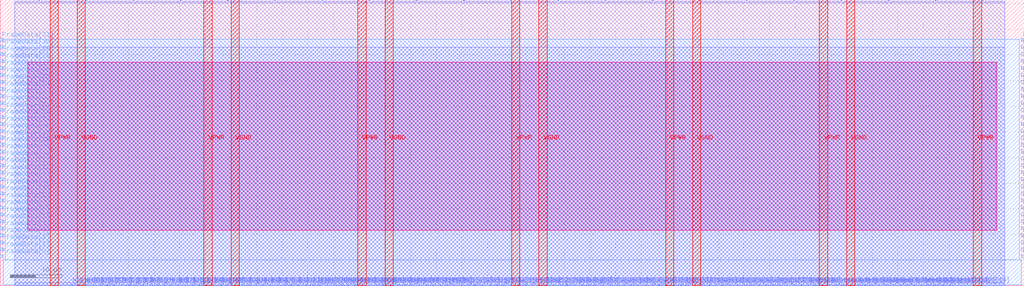
<source format=lef>
VERSION 5.7 ;
  NOWIREEXTENSIONATPIN ON ;
  DIVIDERCHAR "/" ;
  BUSBITCHARS "[]" ;
MACRO N_term_DSP
  CLASS BLOCK ;
  FOREIGN N_term_DSP ;
  ORIGIN 0.000 0.000 ;
  SIZE 199.640 BY 55.760 ;
  PIN FrameData[0]
    DIRECTION INPUT ;
    USE SIGNAL ;
    ANTENNAGATEAREA 0.631200 ;
    ANTENNADIFFAREA 0.434700 ;
    PORT
      LAYER met3 ;
        RECT 0.000 5.480 0.600 6.080 ;
    END
  END FrameData[0]
  PIN FrameData[10]
    DIRECTION INPUT ;
    USE SIGNAL ;
    ANTENNAGATEAREA 0.631200 ;
    ANTENNADIFFAREA 0.434700 ;
    PORT
      LAYER met3 ;
        RECT 0.000 19.080 0.600 19.680 ;
    END
  END FrameData[10]
  PIN FrameData[11]
    DIRECTION INPUT ;
    USE SIGNAL ;
    ANTENNAGATEAREA 0.631200 ;
    ANTENNADIFFAREA 0.434700 ;
    PORT
      LAYER met3 ;
        RECT 0.000 20.440 0.600 21.040 ;
    END
  END FrameData[11]
  PIN FrameData[12]
    DIRECTION INPUT ;
    USE SIGNAL ;
    ANTENNAGATEAREA 0.631200 ;
    ANTENNADIFFAREA 0.434700 ;
    PORT
      LAYER met3 ;
        RECT 0.000 21.800 0.600 22.400 ;
    END
  END FrameData[12]
  PIN FrameData[13]
    DIRECTION INPUT ;
    USE SIGNAL ;
    ANTENNAGATEAREA 0.631200 ;
    ANTENNADIFFAREA 0.434700 ;
    PORT
      LAYER met3 ;
        RECT 0.000 23.160 0.600 23.760 ;
    END
  END FrameData[13]
  PIN FrameData[14]
    DIRECTION INPUT ;
    USE SIGNAL ;
    ANTENNAGATEAREA 0.631200 ;
    ANTENNADIFFAREA 0.434700 ;
    PORT
      LAYER met3 ;
        RECT 0.000 24.520 0.600 25.120 ;
    END
  END FrameData[14]
  PIN FrameData[15]
    DIRECTION INPUT ;
    USE SIGNAL ;
    ANTENNAGATEAREA 0.631200 ;
    ANTENNADIFFAREA 0.434700 ;
    PORT
      LAYER met3 ;
        RECT 0.000 25.880 0.600 26.480 ;
    END
  END FrameData[15]
  PIN FrameData[16]
    DIRECTION INPUT ;
    USE SIGNAL ;
    ANTENNAGATEAREA 0.631200 ;
    ANTENNADIFFAREA 0.434700 ;
    PORT
      LAYER met3 ;
        RECT 0.000 27.240 0.600 27.840 ;
    END
  END FrameData[16]
  PIN FrameData[17]
    DIRECTION INPUT ;
    USE SIGNAL ;
    ANTENNAGATEAREA 0.631200 ;
    ANTENNADIFFAREA 0.434700 ;
    PORT
      LAYER met3 ;
        RECT 0.000 28.600 0.600 29.200 ;
    END
  END FrameData[17]
  PIN FrameData[18]
    DIRECTION INPUT ;
    USE SIGNAL ;
    ANTENNAGATEAREA 0.631200 ;
    ANTENNADIFFAREA 0.434700 ;
    PORT
      LAYER met3 ;
        RECT 0.000 29.960 0.600 30.560 ;
    END
  END FrameData[18]
  PIN FrameData[19]
    DIRECTION INPUT ;
    USE SIGNAL ;
    ANTENNAGATEAREA 0.631200 ;
    ANTENNADIFFAREA 0.434700 ;
    PORT
      LAYER met3 ;
        RECT 0.000 31.320 0.600 31.920 ;
    END
  END FrameData[19]
  PIN FrameData[1]
    DIRECTION INPUT ;
    USE SIGNAL ;
    ANTENNAGATEAREA 0.196500 ;
    PORT
      LAYER met3 ;
        RECT 0.000 6.840 0.600 7.440 ;
    END
  END FrameData[1]
  PIN FrameData[20]
    DIRECTION INPUT ;
    USE SIGNAL ;
    ANTENNAGATEAREA 0.631200 ;
    ANTENNADIFFAREA 0.434700 ;
    PORT
      LAYER met3 ;
        RECT 0.000 32.680 0.600 33.280 ;
    END
  END FrameData[20]
  PIN FrameData[21]
    DIRECTION INPUT ;
    USE SIGNAL ;
    ANTENNAGATEAREA 0.631200 ;
    ANTENNADIFFAREA 0.434700 ;
    PORT
      LAYER met3 ;
        RECT 0.000 34.040 0.600 34.640 ;
    END
  END FrameData[21]
  PIN FrameData[22]
    DIRECTION INPUT ;
    USE SIGNAL ;
    ANTENNAGATEAREA 0.196500 ;
    PORT
      LAYER met3 ;
        RECT 0.000 35.400 0.600 36.000 ;
    END
  END FrameData[22]
  PIN FrameData[23]
    DIRECTION INPUT ;
    USE SIGNAL ;
    ANTENNAGATEAREA 0.631200 ;
    ANTENNADIFFAREA 0.434700 ;
    PORT
      LAYER met3 ;
        RECT 0.000 36.760 0.600 37.360 ;
    END
  END FrameData[23]
  PIN FrameData[24]
    DIRECTION INPUT ;
    USE SIGNAL ;
    ANTENNAGATEAREA 0.631200 ;
    ANTENNADIFFAREA 0.434700 ;
    PORT
      LAYER met3 ;
        RECT 0.000 38.120 0.600 38.720 ;
    END
  END FrameData[24]
  PIN FrameData[25]
    DIRECTION INPUT ;
    USE SIGNAL ;
    ANTENNAGATEAREA 0.631200 ;
    ANTENNADIFFAREA 0.434700 ;
    PORT
      LAYER met3 ;
        RECT 0.000 39.480 0.600 40.080 ;
    END
  END FrameData[25]
  PIN FrameData[26]
    DIRECTION INPUT ;
    USE SIGNAL ;
    ANTENNAGATEAREA 0.631200 ;
    ANTENNADIFFAREA 0.434700 ;
    PORT
      LAYER met3 ;
        RECT 0.000 40.840 0.600 41.440 ;
    END
  END FrameData[26]
  PIN FrameData[27]
    DIRECTION INPUT ;
    USE SIGNAL ;
    ANTENNAGATEAREA 0.631200 ;
    ANTENNADIFFAREA 0.434700 ;
    PORT
      LAYER met3 ;
        RECT 0.000 42.200 0.600 42.800 ;
    END
  END FrameData[27]
  PIN FrameData[28]
    DIRECTION INPUT ;
    USE SIGNAL ;
    ANTENNAGATEAREA 0.631200 ;
    ANTENNADIFFAREA 0.434700 ;
    PORT
      LAYER met3 ;
        RECT 0.000 43.560 0.600 44.160 ;
    END
  END FrameData[28]
  PIN FrameData[29]
    DIRECTION INPUT ;
    USE SIGNAL ;
    ANTENNAGATEAREA 0.631200 ;
    ANTENNADIFFAREA 0.434700 ;
    PORT
      LAYER met3 ;
        RECT 0.000 44.920 0.600 45.520 ;
    END
  END FrameData[29]
  PIN FrameData[2]
    DIRECTION INPUT ;
    USE SIGNAL ;
    ANTENNAGATEAREA 0.631200 ;
    ANTENNADIFFAREA 0.434700 ;
    PORT
      LAYER met3 ;
        RECT 0.000 8.200 0.600 8.800 ;
    END
  END FrameData[2]
  PIN FrameData[30]
    DIRECTION INPUT ;
    USE SIGNAL ;
    ANTENNAGATEAREA 0.631200 ;
    ANTENNADIFFAREA 0.434700 ;
    PORT
      LAYER met3 ;
        RECT 0.000 46.280 0.600 46.880 ;
    END
  END FrameData[30]
  PIN FrameData[31]
    DIRECTION INPUT ;
    USE SIGNAL ;
    ANTENNAGATEAREA 0.631200 ;
    ANTENNADIFFAREA 0.434700 ;
    PORT
      LAYER met3 ;
        RECT 0.000 47.640 0.600 48.240 ;
    END
  END FrameData[31]
  PIN FrameData[3]
    DIRECTION INPUT ;
    USE SIGNAL ;
    ANTENNAGATEAREA 0.196500 ;
    PORT
      LAYER met3 ;
        RECT 0.000 9.560 0.600 10.160 ;
    END
  END FrameData[3]
  PIN FrameData[4]
    DIRECTION INPUT ;
    USE SIGNAL ;
    ANTENNAGATEAREA 0.196500 ;
    PORT
      LAYER met3 ;
        RECT 0.000 10.920 0.600 11.520 ;
    END
  END FrameData[4]
  PIN FrameData[5]
    DIRECTION INPUT ;
    USE SIGNAL ;
    ANTENNAGATEAREA 0.631200 ;
    ANTENNADIFFAREA 0.434700 ;
    PORT
      LAYER met3 ;
        RECT 0.000 12.280 0.600 12.880 ;
    END
  END FrameData[5]
  PIN FrameData[6]
    DIRECTION INPUT ;
    USE SIGNAL ;
    ANTENNAGATEAREA 0.631200 ;
    ANTENNADIFFAREA 0.434700 ;
    PORT
      LAYER met3 ;
        RECT 0.000 13.640 0.600 14.240 ;
    END
  END FrameData[6]
  PIN FrameData[7]
    DIRECTION INPUT ;
    USE SIGNAL ;
    ANTENNAGATEAREA 0.631200 ;
    ANTENNADIFFAREA 0.434700 ;
    PORT
      LAYER met3 ;
        RECT 0.000 15.000 0.600 15.600 ;
    END
  END FrameData[7]
  PIN FrameData[8]
    DIRECTION INPUT ;
    USE SIGNAL ;
    ANTENNAGATEAREA 0.631200 ;
    ANTENNADIFFAREA 0.434700 ;
    PORT
      LAYER met3 ;
        RECT 0.000 16.360 0.600 16.960 ;
    END
  END FrameData[8]
  PIN FrameData[9]
    DIRECTION INPUT ;
    USE SIGNAL ;
    ANTENNAGATEAREA 0.631200 ;
    ANTENNADIFFAREA 0.434700 ;
    PORT
      LAYER met3 ;
        RECT 0.000 17.720 0.600 18.320 ;
    END
  END FrameData[9]
  PIN FrameData_O[0]
    DIRECTION OUTPUT ;
    USE SIGNAL ;
    ANTENNADIFFAREA 0.445500 ;
    PORT
      LAYER met3 ;
        RECT 199.040 5.480 199.640 6.080 ;
    END
  END FrameData_O[0]
  PIN FrameData_O[10]
    DIRECTION OUTPUT ;
    USE SIGNAL ;
    ANTENNADIFFAREA 0.445500 ;
    PORT
      LAYER met3 ;
        RECT 199.040 19.080 199.640 19.680 ;
    END
  END FrameData_O[10]
  PIN FrameData_O[11]
    DIRECTION OUTPUT ;
    USE SIGNAL ;
    ANTENNADIFFAREA 0.445500 ;
    PORT
      LAYER met3 ;
        RECT 199.040 20.440 199.640 21.040 ;
    END
  END FrameData_O[11]
  PIN FrameData_O[12]
    DIRECTION OUTPUT ;
    USE SIGNAL ;
    ANTENNADIFFAREA 0.445500 ;
    PORT
      LAYER met3 ;
        RECT 199.040 21.800 199.640 22.400 ;
    END
  END FrameData_O[12]
  PIN FrameData_O[13]
    DIRECTION OUTPUT ;
    USE SIGNAL ;
    ANTENNADIFFAREA 0.445500 ;
    PORT
      LAYER met3 ;
        RECT 199.040 23.160 199.640 23.760 ;
    END
  END FrameData_O[13]
  PIN FrameData_O[14]
    DIRECTION OUTPUT ;
    USE SIGNAL ;
    ANTENNADIFFAREA 0.445500 ;
    PORT
      LAYER met3 ;
        RECT 199.040 24.520 199.640 25.120 ;
    END
  END FrameData_O[14]
  PIN FrameData_O[15]
    DIRECTION OUTPUT ;
    USE SIGNAL ;
    ANTENNADIFFAREA 0.445500 ;
    PORT
      LAYER met3 ;
        RECT 199.040 25.880 199.640 26.480 ;
    END
  END FrameData_O[15]
  PIN FrameData_O[16]
    DIRECTION OUTPUT ;
    USE SIGNAL ;
    ANTENNADIFFAREA 0.445500 ;
    PORT
      LAYER met3 ;
        RECT 199.040 27.240 199.640 27.840 ;
    END
  END FrameData_O[16]
  PIN FrameData_O[17]
    DIRECTION OUTPUT ;
    USE SIGNAL ;
    ANTENNADIFFAREA 0.445500 ;
    PORT
      LAYER met3 ;
        RECT 199.040 28.600 199.640 29.200 ;
    END
  END FrameData_O[17]
  PIN FrameData_O[18]
    DIRECTION OUTPUT ;
    USE SIGNAL ;
    ANTENNADIFFAREA 0.445500 ;
    PORT
      LAYER met3 ;
        RECT 199.040 29.960 199.640 30.560 ;
    END
  END FrameData_O[18]
  PIN FrameData_O[19]
    DIRECTION OUTPUT ;
    USE SIGNAL ;
    ANTENNADIFFAREA 0.445500 ;
    PORT
      LAYER met3 ;
        RECT 199.040 31.320 199.640 31.920 ;
    END
  END FrameData_O[19]
  PIN FrameData_O[1]
    DIRECTION OUTPUT ;
    USE SIGNAL ;
    ANTENNADIFFAREA 0.445500 ;
    PORT
      LAYER met3 ;
        RECT 199.040 6.840 199.640 7.440 ;
    END
  END FrameData_O[1]
  PIN FrameData_O[20]
    DIRECTION OUTPUT ;
    USE SIGNAL ;
    ANTENNADIFFAREA 0.445500 ;
    PORT
      LAYER met3 ;
        RECT 199.040 32.680 199.640 33.280 ;
    END
  END FrameData_O[20]
  PIN FrameData_O[21]
    DIRECTION OUTPUT ;
    USE SIGNAL ;
    ANTENNADIFFAREA 0.445500 ;
    PORT
      LAYER met3 ;
        RECT 199.040 34.040 199.640 34.640 ;
    END
  END FrameData_O[21]
  PIN FrameData_O[22]
    DIRECTION OUTPUT ;
    USE SIGNAL ;
    ANTENNADIFFAREA 0.445500 ;
    PORT
      LAYER met3 ;
        RECT 199.040 35.400 199.640 36.000 ;
    END
  END FrameData_O[22]
  PIN FrameData_O[23]
    DIRECTION OUTPUT ;
    USE SIGNAL ;
    ANTENNADIFFAREA 0.445500 ;
    PORT
      LAYER met3 ;
        RECT 199.040 36.760 199.640 37.360 ;
    END
  END FrameData_O[23]
  PIN FrameData_O[24]
    DIRECTION OUTPUT ;
    USE SIGNAL ;
    ANTENNADIFFAREA 0.445500 ;
    PORT
      LAYER met3 ;
        RECT 199.040 38.120 199.640 38.720 ;
    END
  END FrameData_O[24]
  PIN FrameData_O[25]
    DIRECTION OUTPUT ;
    USE SIGNAL ;
    ANTENNADIFFAREA 0.445500 ;
    PORT
      LAYER met3 ;
        RECT 199.040 39.480 199.640 40.080 ;
    END
  END FrameData_O[25]
  PIN FrameData_O[26]
    DIRECTION OUTPUT ;
    USE SIGNAL ;
    ANTENNADIFFAREA 0.445500 ;
    PORT
      LAYER met3 ;
        RECT 199.040 40.840 199.640 41.440 ;
    END
  END FrameData_O[26]
  PIN FrameData_O[27]
    DIRECTION OUTPUT ;
    USE SIGNAL ;
    ANTENNADIFFAREA 0.445500 ;
    PORT
      LAYER met3 ;
        RECT 199.040 42.200 199.640 42.800 ;
    END
  END FrameData_O[27]
  PIN FrameData_O[28]
    DIRECTION OUTPUT ;
    USE SIGNAL ;
    ANTENNADIFFAREA 0.445500 ;
    PORT
      LAYER met3 ;
        RECT 199.040 43.560 199.640 44.160 ;
    END
  END FrameData_O[28]
  PIN FrameData_O[29]
    DIRECTION OUTPUT ;
    USE SIGNAL ;
    ANTENNADIFFAREA 0.445500 ;
    PORT
      LAYER met3 ;
        RECT 199.040 44.920 199.640 45.520 ;
    END
  END FrameData_O[29]
  PIN FrameData_O[2]
    DIRECTION OUTPUT ;
    USE SIGNAL ;
    ANTENNADIFFAREA 0.445500 ;
    PORT
      LAYER met3 ;
        RECT 199.040 8.200 199.640 8.800 ;
    END
  END FrameData_O[2]
  PIN FrameData_O[30]
    DIRECTION OUTPUT ;
    USE SIGNAL ;
    ANTENNADIFFAREA 0.445500 ;
    PORT
      LAYER met3 ;
        RECT 199.040 46.280 199.640 46.880 ;
    END
  END FrameData_O[30]
  PIN FrameData_O[31]
    DIRECTION OUTPUT ;
    USE SIGNAL ;
    ANTENNADIFFAREA 0.445500 ;
    PORT
      LAYER met3 ;
        RECT 199.040 47.640 199.640 48.240 ;
    END
  END FrameData_O[31]
  PIN FrameData_O[3]
    DIRECTION OUTPUT ;
    USE SIGNAL ;
    ANTENNADIFFAREA 0.445500 ;
    PORT
      LAYER met3 ;
        RECT 199.040 9.560 199.640 10.160 ;
    END
  END FrameData_O[3]
  PIN FrameData_O[4]
    DIRECTION OUTPUT ;
    USE SIGNAL ;
    ANTENNADIFFAREA 0.445500 ;
    PORT
      LAYER met3 ;
        RECT 199.040 10.920 199.640 11.520 ;
    END
  END FrameData_O[4]
  PIN FrameData_O[5]
    DIRECTION OUTPUT ;
    USE SIGNAL ;
    ANTENNADIFFAREA 0.445500 ;
    PORT
      LAYER met3 ;
        RECT 199.040 12.280 199.640 12.880 ;
    END
  END FrameData_O[5]
  PIN FrameData_O[6]
    DIRECTION OUTPUT ;
    USE SIGNAL ;
    ANTENNADIFFAREA 0.445500 ;
    PORT
      LAYER met3 ;
        RECT 199.040 13.640 199.640 14.240 ;
    END
  END FrameData_O[6]
  PIN FrameData_O[7]
    DIRECTION OUTPUT ;
    USE SIGNAL ;
    ANTENNADIFFAREA 0.445500 ;
    PORT
      LAYER met3 ;
        RECT 199.040 15.000 199.640 15.600 ;
    END
  END FrameData_O[7]
  PIN FrameData_O[8]
    DIRECTION OUTPUT ;
    USE SIGNAL ;
    ANTENNADIFFAREA 0.445500 ;
    PORT
      LAYER met3 ;
        RECT 199.040 16.360 199.640 16.960 ;
    END
  END FrameData_O[8]
  PIN FrameData_O[9]
    DIRECTION OUTPUT ;
    USE SIGNAL ;
    ANTENNADIFFAREA 0.445500 ;
    PORT
      LAYER met3 ;
        RECT 199.040 17.720 199.640 18.320 ;
    END
  END FrameData_O[9]
  PIN FrameStrobe[0]
    DIRECTION INPUT ;
    USE SIGNAL ;
    ANTENNAGATEAREA 0.196500 ;
    PORT
      LAYER met2 ;
        RECT 158.790 0.000 159.070 0.280 ;
    END
  END FrameStrobe[0]
  PIN FrameStrobe[10]
    DIRECTION INPUT ;
    USE SIGNAL ;
    ANTENNAGATEAREA 0.196500 ;
    PORT
      LAYER met2 ;
        RECT 172.590 0.000 172.870 0.280 ;
    END
  END FrameStrobe[10]
  PIN FrameStrobe[11]
    DIRECTION INPUT ;
    USE SIGNAL ;
    ANTENNAGATEAREA 0.196500 ;
    PORT
      LAYER met2 ;
        RECT 173.970 0.000 174.250 0.280 ;
    END
  END FrameStrobe[11]
  PIN FrameStrobe[12]
    DIRECTION INPUT ;
    USE SIGNAL ;
    ANTENNAGATEAREA 0.196500 ;
    PORT
      LAYER met2 ;
        RECT 175.350 0.000 175.630 0.280 ;
    END
  END FrameStrobe[12]
  PIN FrameStrobe[13]
    DIRECTION INPUT ;
    USE SIGNAL ;
    ANTENNAGATEAREA 0.196500 ;
    PORT
      LAYER met2 ;
        RECT 176.730 0.000 177.010 0.280 ;
    END
  END FrameStrobe[13]
  PIN FrameStrobe[14]
    DIRECTION INPUT ;
    USE SIGNAL ;
    ANTENNAGATEAREA 0.196500 ;
    PORT
      LAYER met2 ;
        RECT 178.110 0.000 178.390 0.280 ;
    END
  END FrameStrobe[14]
  PIN FrameStrobe[15]
    DIRECTION INPUT ;
    USE SIGNAL ;
    ANTENNAGATEAREA 0.196500 ;
    PORT
      LAYER met2 ;
        RECT 179.490 0.000 179.770 0.280 ;
    END
  END FrameStrobe[15]
  PIN FrameStrobe[16]
    DIRECTION INPUT ;
    USE SIGNAL ;
    ANTENNAGATEAREA 0.196500 ;
    PORT
      LAYER met2 ;
        RECT 180.870 0.000 181.150 0.280 ;
    END
  END FrameStrobe[16]
  PIN FrameStrobe[17]
    DIRECTION INPUT ;
    USE SIGNAL ;
    ANTENNAGATEAREA 0.196500 ;
    PORT
      LAYER met2 ;
        RECT 182.250 0.000 182.530 0.280 ;
    END
  END FrameStrobe[17]
  PIN FrameStrobe[18]
    DIRECTION INPUT ;
    USE SIGNAL ;
    ANTENNAGATEAREA 0.196500 ;
    PORT
      LAYER met2 ;
        RECT 183.630 0.000 183.910 0.280 ;
    END
  END FrameStrobe[18]
  PIN FrameStrobe[19]
    DIRECTION INPUT ;
    USE SIGNAL ;
    ANTENNAGATEAREA 0.196500 ;
    PORT
      LAYER met2 ;
        RECT 185.010 0.000 185.290 0.280 ;
    END
  END FrameStrobe[19]
  PIN FrameStrobe[1]
    DIRECTION INPUT ;
    USE SIGNAL ;
    ANTENNAGATEAREA 0.631200 ;
    ANTENNADIFFAREA 0.434700 ;
    PORT
      LAYER met2 ;
        RECT 160.170 0.000 160.450 0.280 ;
    END
  END FrameStrobe[1]
  PIN FrameStrobe[2]
    DIRECTION INPUT ;
    USE SIGNAL ;
    ANTENNAGATEAREA 0.631200 ;
    ANTENNADIFFAREA 0.434700 ;
    PORT
      LAYER met2 ;
        RECT 161.550 0.000 161.830 0.280 ;
    END
  END FrameStrobe[2]
  PIN FrameStrobe[3]
    DIRECTION INPUT ;
    USE SIGNAL ;
    ANTENNAGATEAREA 0.631200 ;
    ANTENNADIFFAREA 0.434700 ;
    PORT
      LAYER met2 ;
        RECT 162.930 0.000 163.210 0.280 ;
    END
  END FrameStrobe[3]
  PIN FrameStrobe[4]
    DIRECTION INPUT ;
    USE SIGNAL ;
    ANTENNAGATEAREA 0.196500 ;
    PORT
      LAYER met2 ;
        RECT 164.310 0.000 164.590 0.280 ;
    END
  END FrameStrobe[4]
  PIN FrameStrobe[5]
    DIRECTION INPUT ;
    USE SIGNAL ;
    ANTENNAGATEAREA 0.196500 ;
    PORT
      LAYER met2 ;
        RECT 165.690 0.000 165.970 0.280 ;
    END
  END FrameStrobe[5]
  PIN FrameStrobe[6]
    DIRECTION INPUT ;
    USE SIGNAL ;
    ANTENNAGATEAREA 0.196500 ;
    PORT
      LAYER met2 ;
        RECT 167.070 0.000 167.350 0.280 ;
    END
  END FrameStrobe[6]
  PIN FrameStrobe[7]
    DIRECTION INPUT ;
    USE SIGNAL ;
    ANTENNAGATEAREA 0.196500 ;
    PORT
      LAYER met2 ;
        RECT 168.450 0.000 168.730 0.280 ;
    END
  END FrameStrobe[7]
  PIN FrameStrobe[8]
    DIRECTION INPUT ;
    USE SIGNAL ;
    ANTENNAGATEAREA 0.196500 ;
    PORT
      LAYER met2 ;
        RECT 169.830 0.000 170.110 0.280 ;
    END
  END FrameStrobe[8]
  PIN FrameStrobe[9]
    DIRECTION INPUT ;
    USE SIGNAL ;
    ANTENNAGATEAREA 0.196500 ;
    PORT
      LAYER met2 ;
        RECT 171.210 0.000 171.490 0.280 ;
    END
  END FrameStrobe[9]
  PIN FrameStrobe_O[0]
    DIRECTION OUTPUT ;
    USE SIGNAL ;
    ANTENNADIFFAREA 0.445500 ;
    PORT
      LAYER met2 ;
        RECT 16.650 55.480 16.930 55.760 ;
    END
  END FrameStrobe_O[0]
  PIN FrameStrobe_O[10]
    DIRECTION OUTPUT ;
    USE SIGNAL ;
    ANTENNADIFFAREA 0.445500 ;
    PORT
      LAYER met2 ;
        RECT 108.650 55.480 108.930 55.760 ;
    END
  END FrameStrobe_O[10]
  PIN FrameStrobe_O[11]
    DIRECTION OUTPUT ;
    USE SIGNAL ;
    ANTENNADIFFAREA 0.445500 ;
    PORT
      LAYER met2 ;
        RECT 117.850 55.480 118.130 55.760 ;
    END
  END FrameStrobe_O[11]
  PIN FrameStrobe_O[12]
    DIRECTION OUTPUT ;
    USE SIGNAL ;
    ANTENNADIFFAREA 0.445500 ;
    PORT
      LAYER met2 ;
        RECT 127.050 55.480 127.330 55.760 ;
    END
  END FrameStrobe_O[12]
  PIN FrameStrobe_O[13]
    DIRECTION OUTPUT ;
    USE SIGNAL ;
    ANTENNADIFFAREA 0.445500 ;
    PORT
      LAYER met2 ;
        RECT 136.250 55.480 136.530 55.760 ;
    END
  END FrameStrobe_O[13]
  PIN FrameStrobe_O[14]
    DIRECTION OUTPUT ;
    USE SIGNAL ;
    ANTENNADIFFAREA 0.445500 ;
    PORT
      LAYER met2 ;
        RECT 145.450 55.480 145.730 55.760 ;
    END
  END FrameStrobe_O[14]
  PIN FrameStrobe_O[15]
    DIRECTION OUTPUT ;
    USE SIGNAL ;
    ANTENNADIFFAREA 0.445500 ;
    PORT
      LAYER met2 ;
        RECT 154.650 55.480 154.930 55.760 ;
    END
  END FrameStrobe_O[15]
  PIN FrameStrobe_O[16]
    DIRECTION OUTPUT ;
    USE SIGNAL ;
    ANTENNADIFFAREA 0.445500 ;
    PORT
      LAYER met2 ;
        RECT 163.850 55.480 164.130 55.760 ;
    END
  END FrameStrobe_O[16]
  PIN FrameStrobe_O[17]
    DIRECTION OUTPUT ;
    USE SIGNAL ;
    ANTENNADIFFAREA 0.445500 ;
    PORT
      LAYER met2 ;
        RECT 173.050 55.480 173.330 55.760 ;
    END
  END FrameStrobe_O[17]
  PIN FrameStrobe_O[18]
    DIRECTION OUTPUT ;
    USE SIGNAL ;
    ANTENNADIFFAREA 0.445500 ;
    PORT
      LAYER met2 ;
        RECT 182.250 55.480 182.530 55.760 ;
    END
  END FrameStrobe_O[18]
  PIN FrameStrobe_O[19]
    DIRECTION OUTPUT ;
    USE SIGNAL ;
    ANTENNADIFFAREA 0.445500 ;
    PORT
      LAYER met2 ;
        RECT 191.450 55.480 191.730 55.760 ;
    END
  END FrameStrobe_O[19]
  PIN FrameStrobe_O[1]
    DIRECTION OUTPUT ;
    USE SIGNAL ;
    ANTENNADIFFAREA 0.445500 ;
    PORT
      LAYER met2 ;
        RECT 25.850 55.480 26.130 55.760 ;
    END
  END FrameStrobe_O[1]
  PIN FrameStrobe_O[2]
    DIRECTION OUTPUT ;
    USE SIGNAL ;
    ANTENNADIFFAREA 0.445500 ;
    PORT
      LAYER met2 ;
        RECT 35.050 55.480 35.330 55.760 ;
    END
  END FrameStrobe_O[2]
  PIN FrameStrobe_O[3]
    DIRECTION OUTPUT ;
    USE SIGNAL ;
    ANTENNADIFFAREA 0.445500 ;
    PORT
      LAYER met2 ;
        RECT 44.250 55.480 44.530 55.760 ;
    END
  END FrameStrobe_O[3]
  PIN FrameStrobe_O[4]
    DIRECTION OUTPUT ;
    USE SIGNAL ;
    ANTENNADIFFAREA 0.445500 ;
    PORT
      LAYER met2 ;
        RECT 53.450 55.480 53.730 55.760 ;
    END
  END FrameStrobe_O[4]
  PIN FrameStrobe_O[5]
    DIRECTION OUTPUT ;
    USE SIGNAL ;
    ANTENNADIFFAREA 0.445500 ;
    PORT
      LAYER met2 ;
        RECT 62.650 55.480 62.930 55.760 ;
    END
  END FrameStrobe_O[5]
  PIN FrameStrobe_O[6]
    DIRECTION OUTPUT ;
    USE SIGNAL ;
    ANTENNADIFFAREA 0.445500 ;
    PORT
      LAYER met2 ;
        RECT 71.850 55.480 72.130 55.760 ;
    END
  END FrameStrobe_O[6]
  PIN FrameStrobe_O[7]
    DIRECTION OUTPUT ;
    USE SIGNAL ;
    ANTENNADIFFAREA 0.445500 ;
    PORT
      LAYER met2 ;
        RECT 81.050 55.480 81.330 55.760 ;
    END
  END FrameStrobe_O[7]
  PIN FrameStrobe_O[8]
    DIRECTION OUTPUT ;
    USE SIGNAL ;
    ANTENNADIFFAREA 0.445500 ;
    PORT
      LAYER met2 ;
        RECT 90.250 55.480 90.530 55.760 ;
    END
  END FrameStrobe_O[8]
  PIN FrameStrobe_O[9]
    DIRECTION OUTPUT ;
    USE SIGNAL ;
    ANTENNADIFFAREA 0.445500 ;
    PORT
      LAYER met2 ;
        RECT 99.450 55.480 99.730 55.760 ;
    END
  END FrameStrobe_O[9]
  PIN N1END[0]
    DIRECTION INPUT ;
    USE SIGNAL ;
    ANTENNAGATEAREA 0.196500 ;
    PORT
      LAYER met2 ;
        RECT 13.890 0.000 14.170 0.280 ;
    END
  END N1END[0]
  PIN N1END[1]
    DIRECTION INPUT ;
    USE SIGNAL ;
    ANTENNAGATEAREA 0.196500 ;
    PORT
      LAYER met2 ;
        RECT 15.270 0.000 15.550 0.280 ;
    END
  END N1END[1]
  PIN N1END[2]
    DIRECTION INPUT ;
    USE SIGNAL ;
    ANTENNAGATEAREA 0.196500 ;
    PORT
      LAYER met2 ;
        RECT 16.650 0.000 16.930 0.280 ;
    END
  END N1END[2]
  PIN N1END[3]
    DIRECTION INPUT ;
    USE SIGNAL ;
    ANTENNAGATEAREA 0.196500 ;
    PORT
      LAYER met2 ;
        RECT 18.030 0.000 18.310 0.280 ;
    END
  END N1END[3]
  PIN N2END[0]
    DIRECTION INPUT ;
    USE SIGNAL ;
    ANTENNAGATEAREA 0.196500 ;
    PORT
      LAYER met2 ;
        RECT 30.450 0.000 30.730 0.280 ;
    END
  END N2END[0]
  PIN N2END[1]
    DIRECTION INPUT ;
    USE SIGNAL ;
    ANTENNAGATEAREA 0.196500 ;
    PORT
      LAYER met2 ;
        RECT 31.830 0.000 32.110 0.280 ;
    END
  END N2END[1]
  PIN N2END[2]
    DIRECTION INPUT ;
    USE SIGNAL ;
    ANTENNAGATEAREA 0.196500 ;
    PORT
      LAYER met2 ;
        RECT 33.210 0.000 33.490 0.280 ;
    END
  END N2END[2]
  PIN N2END[3]
    DIRECTION INPUT ;
    USE SIGNAL ;
    ANTENNAGATEAREA 0.196500 ;
    PORT
      LAYER met2 ;
        RECT 34.590 0.000 34.870 0.280 ;
    END
  END N2END[3]
  PIN N2END[4]
    DIRECTION INPUT ;
    USE SIGNAL ;
    ANTENNAGATEAREA 0.196500 ;
    PORT
      LAYER met2 ;
        RECT 35.970 0.000 36.250 0.280 ;
    END
  END N2END[4]
  PIN N2END[5]
    DIRECTION INPUT ;
    USE SIGNAL ;
    ANTENNAGATEAREA 0.196500 ;
    PORT
      LAYER met2 ;
        RECT 37.350 0.000 37.630 0.280 ;
    END
  END N2END[5]
  PIN N2END[6]
    DIRECTION INPUT ;
    USE SIGNAL ;
    ANTENNAGATEAREA 0.196500 ;
    PORT
      LAYER met2 ;
        RECT 38.730 0.000 39.010 0.280 ;
    END
  END N2END[6]
  PIN N2END[7]
    DIRECTION INPUT ;
    USE SIGNAL ;
    ANTENNAGATEAREA 0.196500 ;
    PORT
      LAYER met2 ;
        RECT 40.110 0.000 40.390 0.280 ;
    END
  END N2END[7]
  PIN N2MID[0]
    DIRECTION INPUT ;
    USE SIGNAL ;
    ANTENNAGATEAREA 0.196500 ;
    PORT
      LAYER met2 ;
        RECT 19.410 0.000 19.690 0.280 ;
    END
  END N2MID[0]
  PIN N2MID[1]
    DIRECTION INPUT ;
    USE SIGNAL ;
    ANTENNAGATEAREA 0.196500 ;
    PORT
      LAYER met2 ;
        RECT 20.790 0.000 21.070 0.280 ;
    END
  END N2MID[1]
  PIN N2MID[2]
    DIRECTION INPUT ;
    USE SIGNAL ;
    ANTENNAGATEAREA 0.196500 ;
    PORT
      LAYER met2 ;
        RECT 22.170 0.000 22.450 0.280 ;
    END
  END N2MID[2]
  PIN N2MID[3]
    DIRECTION INPUT ;
    USE SIGNAL ;
    ANTENNAGATEAREA 0.196500 ;
    PORT
      LAYER met2 ;
        RECT 23.550 0.000 23.830 0.280 ;
    END
  END N2MID[3]
  PIN N2MID[4]
    DIRECTION INPUT ;
    USE SIGNAL ;
    ANTENNAGATEAREA 0.196500 ;
    PORT
      LAYER met2 ;
        RECT 24.930 0.000 25.210 0.280 ;
    END
  END N2MID[4]
  PIN N2MID[5]
    DIRECTION INPUT ;
    USE SIGNAL ;
    ANTENNAGATEAREA 0.196500 ;
    PORT
      LAYER met2 ;
        RECT 26.310 0.000 26.590 0.280 ;
    END
  END N2MID[5]
  PIN N2MID[6]
    DIRECTION INPUT ;
    USE SIGNAL ;
    ANTENNAGATEAREA 0.196500 ;
    PORT
      LAYER met2 ;
        RECT 27.690 0.000 27.970 0.280 ;
    END
  END N2MID[6]
  PIN N2MID[7]
    DIRECTION INPUT ;
    USE SIGNAL ;
    ANTENNAGATEAREA 0.196500 ;
    PORT
      LAYER met2 ;
        RECT 29.070 0.000 29.350 0.280 ;
    END
  END N2MID[7]
  PIN N4END[0]
    DIRECTION INPUT ;
    USE SIGNAL ;
    ANTENNAGATEAREA 0.196500 ;
    PORT
      LAYER met2 ;
        RECT 41.490 0.000 41.770 0.280 ;
    END
  END N4END[0]
  PIN N4END[10]
    DIRECTION INPUT ;
    USE SIGNAL ;
    ANTENNAGATEAREA 0.196500 ;
    PORT
      LAYER met2 ;
        RECT 55.290 0.000 55.570 0.280 ;
    END
  END N4END[10]
  PIN N4END[11]
    DIRECTION INPUT ;
    USE SIGNAL ;
    ANTENNAGATEAREA 0.196500 ;
    PORT
      LAYER met2 ;
        RECT 56.670 0.000 56.950 0.280 ;
    END
  END N4END[11]
  PIN N4END[12]
    DIRECTION INPUT ;
    USE SIGNAL ;
    ANTENNAGATEAREA 0.196500 ;
    PORT
      LAYER met2 ;
        RECT 58.050 0.000 58.330 0.280 ;
    END
  END N4END[12]
  PIN N4END[13]
    DIRECTION INPUT ;
    USE SIGNAL ;
    ANTENNAGATEAREA 0.196500 ;
    PORT
      LAYER met2 ;
        RECT 59.430 0.000 59.710 0.280 ;
    END
  END N4END[13]
  PIN N4END[14]
    DIRECTION INPUT ;
    USE SIGNAL ;
    ANTENNAGATEAREA 0.196500 ;
    PORT
      LAYER met2 ;
        RECT 60.810 0.000 61.090 0.280 ;
    END
  END N4END[14]
  PIN N4END[15]
    DIRECTION INPUT ;
    USE SIGNAL ;
    ANTENNAGATEAREA 0.196500 ;
    PORT
      LAYER met2 ;
        RECT 62.190 0.000 62.470 0.280 ;
    END
  END N4END[15]
  PIN N4END[1]
    DIRECTION INPUT ;
    USE SIGNAL ;
    ANTENNAGATEAREA 0.196500 ;
    PORT
      LAYER met2 ;
        RECT 42.870 0.000 43.150 0.280 ;
    END
  END N4END[1]
  PIN N4END[2]
    DIRECTION INPUT ;
    USE SIGNAL ;
    ANTENNAGATEAREA 0.196500 ;
    PORT
      LAYER met2 ;
        RECT 44.250 0.000 44.530 0.280 ;
    END
  END N4END[2]
  PIN N4END[3]
    DIRECTION INPUT ;
    USE SIGNAL ;
    ANTENNAGATEAREA 0.196500 ;
    PORT
      LAYER met2 ;
        RECT 45.630 0.000 45.910 0.280 ;
    END
  END N4END[3]
  PIN N4END[4]
    DIRECTION INPUT ;
    USE SIGNAL ;
    ANTENNAGATEAREA 0.196500 ;
    PORT
      LAYER met2 ;
        RECT 47.010 0.000 47.290 0.280 ;
    END
  END N4END[4]
  PIN N4END[5]
    DIRECTION INPUT ;
    USE SIGNAL ;
    ANTENNAGATEAREA 0.196500 ;
    PORT
      LAYER met2 ;
        RECT 48.390 0.000 48.670 0.280 ;
    END
  END N4END[5]
  PIN N4END[6]
    DIRECTION INPUT ;
    USE SIGNAL ;
    ANTENNAGATEAREA 0.196500 ;
    PORT
      LAYER met2 ;
        RECT 49.770 0.000 50.050 0.280 ;
    END
  END N4END[6]
  PIN N4END[7]
    DIRECTION INPUT ;
    USE SIGNAL ;
    ANTENNAGATEAREA 0.196500 ;
    PORT
      LAYER met2 ;
        RECT 51.150 0.000 51.430 0.280 ;
    END
  END N4END[7]
  PIN N4END[8]
    DIRECTION INPUT ;
    USE SIGNAL ;
    ANTENNAGATEAREA 0.196500 ;
    PORT
      LAYER met2 ;
        RECT 52.530 0.000 52.810 0.280 ;
    END
  END N4END[8]
  PIN N4END[9]
    DIRECTION INPUT ;
    USE SIGNAL ;
    ANTENNAGATEAREA 0.196500 ;
    PORT
      LAYER met2 ;
        RECT 53.910 0.000 54.190 0.280 ;
    END
  END N4END[9]
  PIN NN4END[0]
    DIRECTION INPUT ;
    USE SIGNAL ;
    ANTENNAGATEAREA 0.631200 ;
    ANTENNADIFFAREA 0.434700 ;
    PORT
      LAYER met2 ;
        RECT 63.570 0.000 63.850 0.280 ;
    END
  END NN4END[0]
  PIN NN4END[10]
    DIRECTION INPUT ;
    USE SIGNAL ;
    ANTENNAGATEAREA 0.631200 ;
    ANTENNADIFFAREA 0.434700 ;
    PORT
      LAYER met2 ;
        RECT 77.370 0.000 77.650 0.280 ;
    END
  END NN4END[10]
  PIN NN4END[11]
    DIRECTION INPUT ;
    USE SIGNAL ;
    ANTENNAGATEAREA 0.631200 ;
    ANTENNADIFFAREA 0.434700 ;
    PORT
      LAYER met2 ;
        RECT 78.750 0.000 79.030 0.280 ;
    END
  END NN4END[11]
  PIN NN4END[12]
    DIRECTION INPUT ;
    USE SIGNAL ;
    ANTENNAGATEAREA 0.631200 ;
    ANTENNADIFFAREA 0.434700 ;
    PORT
      LAYER met2 ;
        RECT 80.130 0.000 80.410 0.280 ;
    END
  END NN4END[12]
  PIN NN4END[13]
    DIRECTION INPUT ;
    USE SIGNAL ;
    ANTENNAGATEAREA 0.631200 ;
    ANTENNADIFFAREA 0.434700 ;
    PORT
      LAYER met2 ;
        RECT 81.510 0.000 81.790 0.280 ;
    END
  END NN4END[13]
  PIN NN4END[14]
    DIRECTION INPUT ;
    USE SIGNAL ;
    ANTENNAGATEAREA 0.196500 ;
    PORT
      LAYER met2 ;
        RECT 82.890 0.000 83.170 0.280 ;
    END
  END NN4END[14]
  PIN NN4END[15]
    DIRECTION INPUT ;
    USE SIGNAL ;
    ANTENNAGATEAREA 0.196500 ;
    PORT
      LAYER met2 ;
        RECT 84.270 0.000 84.550 0.280 ;
    END
  END NN4END[15]
  PIN NN4END[1]
    DIRECTION INPUT ;
    USE SIGNAL ;
    ANTENNAGATEAREA 0.631200 ;
    ANTENNADIFFAREA 0.434700 ;
    PORT
      LAYER met2 ;
        RECT 64.950 0.000 65.230 0.280 ;
    END
  END NN4END[1]
  PIN NN4END[2]
    DIRECTION INPUT ;
    USE SIGNAL ;
    ANTENNAGATEAREA 0.631200 ;
    ANTENNADIFFAREA 0.434700 ;
    PORT
      LAYER met2 ;
        RECT 66.330 0.000 66.610 0.280 ;
    END
  END NN4END[2]
  PIN NN4END[3]
    DIRECTION INPUT ;
    USE SIGNAL ;
    ANTENNAGATEAREA 0.631200 ;
    ANTENNADIFFAREA 0.434700 ;
    PORT
      LAYER met2 ;
        RECT 67.710 0.000 67.990 0.280 ;
    END
  END NN4END[3]
  PIN NN4END[4]
    DIRECTION INPUT ;
    USE SIGNAL ;
    ANTENNAGATEAREA 0.196500 ;
    PORT
      LAYER met2 ;
        RECT 69.090 0.000 69.370 0.280 ;
    END
  END NN4END[4]
  PIN NN4END[5]
    DIRECTION INPUT ;
    USE SIGNAL ;
    ANTENNAGATEAREA 0.631200 ;
    ANTENNADIFFAREA 0.434700 ;
    PORT
      LAYER met2 ;
        RECT 70.470 0.000 70.750 0.280 ;
    END
  END NN4END[5]
  PIN NN4END[6]
    DIRECTION INPUT ;
    USE SIGNAL ;
    ANTENNAGATEAREA 0.631200 ;
    ANTENNADIFFAREA 0.434700 ;
    PORT
      LAYER met2 ;
        RECT 71.850 0.000 72.130 0.280 ;
    END
  END NN4END[6]
  PIN NN4END[7]
    DIRECTION INPUT ;
    USE SIGNAL ;
    ANTENNAGATEAREA 0.631200 ;
    ANTENNADIFFAREA 0.434700 ;
    PORT
      LAYER met2 ;
        RECT 73.230 0.000 73.510 0.280 ;
    END
  END NN4END[7]
  PIN NN4END[8]
    DIRECTION INPUT ;
    USE SIGNAL ;
    ANTENNAGATEAREA 0.631200 ;
    ANTENNADIFFAREA 0.434700 ;
    PORT
      LAYER met2 ;
        RECT 74.610 0.000 74.890 0.280 ;
    END
  END NN4END[8]
  PIN NN4END[9]
    DIRECTION INPUT ;
    USE SIGNAL ;
    ANTENNAGATEAREA 0.196500 ;
    PORT
      LAYER met2 ;
        RECT 75.990 0.000 76.270 0.280 ;
    END
  END NN4END[9]
  PIN S1BEG[0]
    DIRECTION OUTPUT ;
    USE SIGNAL ;
    ANTENNADIFFAREA 0.445500 ;
    PORT
      LAYER met2 ;
        RECT 85.650 0.000 85.930 0.280 ;
    END
  END S1BEG[0]
  PIN S1BEG[1]
    DIRECTION OUTPUT ;
    USE SIGNAL ;
    ANTENNADIFFAREA 0.445500 ;
    PORT
      LAYER met2 ;
        RECT 87.030 0.000 87.310 0.280 ;
    END
  END S1BEG[1]
  PIN S1BEG[2]
    DIRECTION OUTPUT ;
    USE SIGNAL ;
    ANTENNADIFFAREA 0.445500 ;
    PORT
      LAYER met2 ;
        RECT 88.410 0.000 88.690 0.280 ;
    END
  END S1BEG[2]
  PIN S1BEG[3]
    DIRECTION OUTPUT ;
    USE SIGNAL ;
    ANTENNADIFFAREA 0.445500 ;
    PORT
      LAYER met2 ;
        RECT 89.790 0.000 90.070 0.280 ;
    END
  END S1BEG[3]
  PIN S2BEG[0]
    DIRECTION OUTPUT ;
    USE SIGNAL ;
    ANTENNADIFFAREA 0.445500 ;
    PORT
      LAYER met2 ;
        RECT 91.170 0.000 91.450 0.280 ;
    END
  END S2BEG[0]
  PIN S2BEG[1]
    DIRECTION OUTPUT ;
    USE SIGNAL ;
    ANTENNADIFFAREA 0.445500 ;
    PORT
      LAYER met2 ;
        RECT 92.550 0.000 92.830 0.280 ;
    END
  END S2BEG[1]
  PIN S2BEG[2]
    DIRECTION OUTPUT ;
    USE SIGNAL ;
    ANTENNADIFFAREA 0.445500 ;
    PORT
      LAYER met2 ;
        RECT 93.930 0.000 94.210 0.280 ;
    END
  END S2BEG[2]
  PIN S2BEG[3]
    DIRECTION OUTPUT ;
    USE SIGNAL ;
    ANTENNADIFFAREA 0.445500 ;
    PORT
      LAYER met2 ;
        RECT 95.310 0.000 95.590 0.280 ;
    END
  END S2BEG[3]
  PIN S2BEG[4]
    DIRECTION OUTPUT ;
    USE SIGNAL ;
    ANTENNADIFFAREA 0.445500 ;
    PORT
      LAYER met2 ;
        RECT 96.690 0.000 96.970 0.280 ;
    END
  END S2BEG[4]
  PIN S2BEG[5]
    DIRECTION OUTPUT ;
    USE SIGNAL ;
    ANTENNADIFFAREA 0.445500 ;
    PORT
      LAYER met2 ;
        RECT 98.070 0.000 98.350 0.280 ;
    END
  END S2BEG[5]
  PIN S2BEG[6]
    DIRECTION OUTPUT ;
    USE SIGNAL ;
    ANTENNADIFFAREA 0.445500 ;
    PORT
      LAYER met2 ;
        RECT 99.450 0.000 99.730 0.280 ;
    END
  END S2BEG[6]
  PIN S2BEG[7]
    DIRECTION OUTPUT ;
    USE SIGNAL ;
    ANTENNADIFFAREA 0.445500 ;
    PORT
      LAYER met2 ;
        RECT 100.830 0.000 101.110 0.280 ;
    END
  END S2BEG[7]
  PIN S2BEGb[0]
    DIRECTION OUTPUT ;
    USE SIGNAL ;
    ANTENNADIFFAREA 0.445500 ;
    PORT
      LAYER met2 ;
        RECT 102.210 0.000 102.490 0.280 ;
    END
  END S2BEGb[0]
  PIN S2BEGb[1]
    DIRECTION OUTPUT ;
    USE SIGNAL ;
    ANTENNADIFFAREA 0.445500 ;
    PORT
      LAYER met2 ;
        RECT 103.590 0.000 103.870 0.280 ;
    END
  END S2BEGb[1]
  PIN S2BEGb[2]
    DIRECTION OUTPUT ;
    USE SIGNAL ;
    ANTENNADIFFAREA 0.445500 ;
    PORT
      LAYER met2 ;
        RECT 104.970 0.000 105.250 0.280 ;
    END
  END S2BEGb[2]
  PIN S2BEGb[3]
    DIRECTION OUTPUT ;
    USE SIGNAL ;
    ANTENNADIFFAREA 0.445500 ;
    PORT
      LAYER met2 ;
        RECT 106.350 0.000 106.630 0.280 ;
    END
  END S2BEGb[3]
  PIN S2BEGb[4]
    DIRECTION OUTPUT ;
    USE SIGNAL ;
    ANTENNADIFFAREA 0.445500 ;
    PORT
      LAYER met2 ;
        RECT 107.730 0.000 108.010 0.280 ;
    END
  END S2BEGb[4]
  PIN S2BEGb[5]
    DIRECTION OUTPUT ;
    USE SIGNAL ;
    ANTENNADIFFAREA 0.445500 ;
    PORT
      LAYER met2 ;
        RECT 109.110 0.000 109.390 0.280 ;
    END
  END S2BEGb[5]
  PIN S2BEGb[6]
    DIRECTION OUTPUT ;
    USE SIGNAL ;
    ANTENNADIFFAREA 0.445500 ;
    PORT
      LAYER met2 ;
        RECT 110.490 0.000 110.770 0.280 ;
    END
  END S2BEGb[6]
  PIN S2BEGb[7]
    DIRECTION OUTPUT ;
    USE SIGNAL ;
    ANTENNADIFFAREA 0.445500 ;
    PORT
      LAYER met2 ;
        RECT 111.870 0.000 112.150 0.280 ;
    END
  END S2BEGb[7]
  PIN S4BEG[0]
    DIRECTION OUTPUT ;
    USE SIGNAL ;
    ANTENNADIFFAREA 0.445500 ;
    PORT
      LAYER met2 ;
        RECT 113.250 0.000 113.530 0.280 ;
    END
  END S4BEG[0]
  PIN S4BEG[10]
    DIRECTION OUTPUT ;
    USE SIGNAL ;
    ANTENNADIFFAREA 0.445500 ;
    PORT
      LAYER met2 ;
        RECT 127.050 0.000 127.330 0.280 ;
    END
  END S4BEG[10]
  PIN S4BEG[11]
    DIRECTION OUTPUT ;
    USE SIGNAL ;
    ANTENNADIFFAREA 0.445500 ;
    PORT
      LAYER met2 ;
        RECT 128.430 0.000 128.710 0.280 ;
    END
  END S4BEG[11]
  PIN S4BEG[12]
    DIRECTION OUTPUT ;
    USE SIGNAL ;
    ANTENNADIFFAREA 0.445500 ;
    PORT
      LAYER met2 ;
        RECT 129.810 0.000 130.090 0.280 ;
    END
  END S4BEG[12]
  PIN S4BEG[13]
    DIRECTION OUTPUT ;
    USE SIGNAL ;
    ANTENNADIFFAREA 0.445500 ;
    PORT
      LAYER met2 ;
        RECT 131.190 0.000 131.470 0.280 ;
    END
  END S4BEG[13]
  PIN S4BEG[14]
    DIRECTION OUTPUT ;
    USE SIGNAL ;
    ANTENNADIFFAREA 0.445500 ;
    PORT
      LAYER met2 ;
        RECT 132.570 0.000 132.850 0.280 ;
    END
  END S4BEG[14]
  PIN S4BEG[15]
    DIRECTION OUTPUT ;
    USE SIGNAL ;
    ANTENNADIFFAREA 0.445500 ;
    PORT
      LAYER met2 ;
        RECT 133.950 0.000 134.230 0.280 ;
    END
  END S4BEG[15]
  PIN S4BEG[1]
    DIRECTION OUTPUT ;
    USE SIGNAL ;
    ANTENNADIFFAREA 0.445500 ;
    PORT
      LAYER met2 ;
        RECT 114.630 0.000 114.910 0.280 ;
    END
  END S4BEG[1]
  PIN S4BEG[2]
    DIRECTION OUTPUT ;
    USE SIGNAL ;
    ANTENNADIFFAREA 0.445500 ;
    PORT
      LAYER met2 ;
        RECT 116.010 0.000 116.290 0.280 ;
    END
  END S4BEG[2]
  PIN S4BEG[3]
    DIRECTION OUTPUT ;
    USE SIGNAL ;
    ANTENNADIFFAREA 0.445500 ;
    PORT
      LAYER met2 ;
        RECT 117.390 0.000 117.670 0.280 ;
    END
  END S4BEG[3]
  PIN S4BEG[4]
    DIRECTION OUTPUT ;
    USE SIGNAL ;
    ANTENNADIFFAREA 0.445500 ;
    PORT
      LAYER met2 ;
        RECT 118.770 0.000 119.050 0.280 ;
    END
  END S4BEG[4]
  PIN S4BEG[5]
    DIRECTION OUTPUT ;
    USE SIGNAL ;
    ANTENNADIFFAREA 0.445500 ;
    PORT
      LAYER met2 ;
        RECT 120.150 0.000 120.430 0.280 ;
    END
  END S4BEG[5]
  PIN S4BEG[6]
    DIRECTION OUTPUT ;
    USE SIGNAL ;
    ANTENNADIFFAREA 0.445500 ;
    PORT
      LAYER met2 ;
        RECT 121.530 0.000 121.810 0.280 ;
    END
  END S4BEG[6]
  PIN S4BEG[7]
    DIRECTION OUTPUT ;
    USE SIGNAL ;
    ANTENNADIFFAREA 0.445500 ;
    PORT
      LAYER met2 ;
        RECT 122.910 0.000 123.190 0.280 ;
    END
  END S4BEG[7]
  PIN S4BEG[8]
    DIRECTION OUTPUT ;
    USE SIGNAL ;
    ANTENNADIFFAREA 0.445500 ;
    PORT
      LAYER met2 ;
        RECT 124.290 0.000 124.570 0.280 ;
    END
  END S4BEG[8]
  PIN S4BEG[9]
    DIRECTION OUTPUT ;
    USE SIGNAL ;
    ANTENNADIFFAREA 0.445500 ;
    PORT
      LAYER met2 ;
        RECT 125.670 0.000 125.950 0.280 ;
    END
  END S4BEG[9]
  PIN SS4BEG[0]
    DIRECTION OUTPUT ;
    USE SIGNAL ;
    ANTENNADIFFAREA 0.445500 ;
    PORT
      LAYER met2 ;
        RECT 135.330 0.000 135.610 0.280 ;
    END
  END SS4BEG[0]
  PIN SS4BEG[10]
    DIRECTION OUTPUT ;
    USE SIGNAL ;
    ANTENNADIFFAREA 0.445500 ;
    PORT
      LAYER met2 ;
        RECT 149.130 0.000 149.410 0.280 ;
    END
  END SS4BEG[10]
  PIN SS4BEG[11]
    DIRECTION OUTPUT ;
    USE SIGNAL ;
    ANTENNADIFFAREA 0.445500 ;
    PORT
      LAYER met2 ;
        RECT 150.510 0.000 150.790 0.280 ;
    END
  END SS4BEG[11]
  PIN SS4BEG[12]
    DIRECTION OUTPUT ;
    USE SIGNAL ;
    ANTENNADIFFAREA 0.445500 ;
    PORT
      LAYER met2 ;
        RECT 151.890 0.000 152.170 0.280 ;
    END
  END SS4BEG[12]
  PIN SS4BEG[13]
    DIRECTION OUTPUT ;
    USE SIGNAL ;
    ANTENNADIFFAREA 0.445500 ;
    PORT
      LAYER met2 ;
        RECT 153.270 0.000 153.550 0.280 ;
    END
  END SS4BEG[13]
  PIN SS4BEG[14]
    DIRECTION OUTPUT ;
    USE SIGNAL ;
    ANTENNADIFFAREA 0.445500 ;
    PORT
      LAYER met2 ;
        RECT 154.650 0.000 154.930 0.280 ;
    END
  END SS4BEG[14]
  PIN SS4BEG[15]
    DIRECTION OUTPUT ;
    USE SIGNAL ;
    ANTENNADIFFAREA 0.445500 ;
    PORT
      LAYER met2 ;
        RECT 156.030 0.000 156.310 0.280 ;
    END
  END SS4BEG[15]
  PIN SS4BEG[1]
    DIRECTION OUTPUT ;
    USE SIGNAL ;
    ANTENNADIFFAREA 0.445500 ;
    PORT
      LAYER met2 ;
        RECT 136.710 0.000 136.990 0.280 ;
    END
  END SS4BEG[1]
  PIN SS4BEG[2]
    DIRECTION OUTPUT ;
    USE SIGNAL ;
    ANTENNADIFFAREA 0.445500 ;
    PORT
      LAYER met2 ;
        RECT 138.090 0.000 138.370 0.280 ;
    END
  END SS4BEG[2]
  PIN SS4BEG[3]
    DIRECTION OUTPUT ;
    USE SIGNAL ;
    ANTENNADIFFAREA 0.445500 ;
    PORT
      LAYER met2 ;
        RECT 139.470 0.000 139.750 0.280 ;
    END
  END SS4BEG[3]
  PIN SS4BEG[4]
    DIRECTION OUTPUT ;
    USE SIGNAL ;
    ANTENNADIFFAREA 0.445500 ;
    PORT
      LAYER met2 ;
        RECT 140.850 0.000 141.130 0.280 ;
    END
  END SS4BEG[4]
  PIN SS4BEG[5]
    DIRECTION OUTPUT ;
    USE SIGNAL ;
    ANTENNADIFFAREA 0.445500 ;
    PORT
      LAYER met2 ;
        RECT 142.230 0.000 142.510 0.280 ;
    END
  END SS4BEG[5]
  PIN SS4BEG[6]
    DIRECTION OUTPUT ;
    USE SIGNAL ;
    ANTENNADIFFAREA 0.445500 ;
    PORT
      LAYER met2 ;
        RECT 143.610 0.000 143.890 0.280 ;
    END
  END SS4BEG[6]
  PIN SS4BEG[7]
    DIRECTION OUTPUT ;
    USE SIGNAL ;
    ANTENNADIFFAREA 0.445500 ;
    PORT
      LAYER met2 ;
        RECT 144.990 0.000 145.270 0.280 ;
    END
  END SS4BEG[7]
  PIN SS4BEG[8]
    DIRECTION OUTPUT ;
    USE SIGNAL ;
    ANTENNADIFFAREA 0.445500 ;
    PORT
      LAYER met2 ;
        RECT 146.370 0.000 146.650 0.280 ;
    END
  END SS4BEG[8]
  PIN SS4BEG[9]
    DIRECTION OUTPUT ;
    USE SIGNAL ;
    ANTENNADIFFAREA 0.445500 ;
    PORT
      LAYER met2 ;
        RECT 147.750 0.000 148.030 0.280 ;
    END
  END SS4BEG[9]
  PIN UserCLK
    DIRECTION INPUT ;
    USE SIGNAL ;
    ANTENNAGATEAREA 0.159000 ;
    PORT
      LAYER met2 ;
        RECT 157.410 0.000 157.690 0.280 ;
    END
  END UserCLK
  PIN UserCLKo
    DIRECTION OUTPUT ;
    USE SIGNAL ;
    ANTENNADIFFAREA 0.340600 ;
    PORT
      LAYER met2 ;
        RECT 7.450 55.480 7.730 55.760 ;
    END
  END UserCLKo
  PIN VGND
    DIRECTION INOUT ;
    USE GROUND ;
    PORT
      LAYER met4 ;
        RECT 15.020 0.000 16.620 55.760 ;
    END
    PORT
      LAYER met4 ;
        RECT 45.020 0.000 46.620 55.760 ;
    END
    PORT
      LAYER met4 ;
        RECT 75.020 0.000 76.620 55.760 ;
    END
    PORT
      LAYER met4 ;
        RECT 105.020 0.000 106.620 55.760 ;
    END
    PORT
      LAYER met4 ;
        RECT 135.020 0.000 136.620 55.760 ;
    END
    PORT
      LAYER met4 ;
        RECT 165.020 0.000 166.620 55.760 ;
    END
  END VGND
  PIN VPWR
    DIRECTION INOUT ;
    USE POWER ;
    PORT
      LAYER met4 ;
        RECT 9.720 0.000 11.320 55.760 ;
    END
    PORT
      LAYER met4 ;
        RECT 39.720 0.000 41.320 55.760 ;
    END
    PORT
      LAYER met4 ;
        RECT 69.720 0.000 71.320 55.760 ;
    END
    PORT
      LAYER met4 ;
        RECT 99.720 0.000 101.320 55.760 ;
    END
    PORT
      LAYER met4 ;
        RECT 129.720 0.000 131.320 55.760 ;
    END
    PORT
      LAYER met4 ;
        RECT 159.720 0.000 161.320 55.760 ;
    END
    PORT
      LAYER met4 ;
        RECT 189.720 0.000 191.320 55.760 ;
    END
  END VPWR
  OBS
      LAYER nwell ;
        RECT 5.330 10.795 194.310 43.605 ;
      LAYER li1 ;
        RECT 5.520 10.795 194.120 43.605 ;
      LAYER met1 ;
        RECT 2.830 0.040 195.890 46.540 ;
      LAYER met2 ;
        RECT 2.850 55.200 7.170 55.480 ;
        RECT 8.010 55.200 16.370 55.480 ;
        RECT 17.210 55.200 25.570 55.480 ;
        RECT 26.410 55.200 34.770 55.480 ;
        RECT 35.610 55.200 43.970 55.480 ;
        RECT 44.810 55.200 53.170 55.480 ;
        RECT 54.010 55.200 62.370 55.480 ;
        RECT 63.210 55.200 71.570 55.480 ;
        RECT 72.410 55.200 80.770 55.480 ;
        RECT 81.610 55.200 89.970 55.480 ;
        RECT 90.810 55.200 99.170 55.480 ;
        RECT 100.010 55.200 108.370 55.480 ;
        RECT 109.210 55.200 117.570 55.480 ;
        RECT 118.410 55.200 126.770 55.480 ;
        RECT 127.610 55.200 135.970 55.480 ;
        RECT 136.810 55.200 145.170 55.480 ;
        RECT 146.010 55.200 154.370 55.480 ;
        RECT 155.210 55.200 163.570 55.480 ;
        RECT 164.410 55.200 172.770 55.480 ;
        RECT 173.610 55.200 181.970 55.480 ;
        RECT 182.810 55.200 191.170 55.480 ;
        RECT 192.010 55.200 195.870 55.480 ;
        RECT 2.850 0.560 195.870 55.200 ;
        RECT 2.850 0.010 13.610 0.560 ;
        RECT 14.450 0.010 14.990 0.560 ;
        RECT 15.830 0.010 16.370 0.560 ;
        RECT 17.210 0.010 17.750 0.560 ;
        RECT 18.590 0.010 19.130 0.560 ;
        RECT 19.970 0.010 20.510 0.560 ;
        RECT 21.350 0.010 21.890 0.560 ;
        RECT 22.730 0.010 23.270 0.560 ;
        RECT 24.110 0.010 24.650 0.560 ;
        RECT 25.490 0.010 26.030 0.560 ;
        RECT 26.870 0.010 27.410 0.560 ;
        RECT 28.250 0.010 28.790 0.560 ;
        RECT 29.630 0.010 30.170 0.560 ;
        RECT 31.010 0.010 31.550 0.560 ;
        RECT 32.390 0.010 32.930 0.560 ;
        RECT 33.770 0.010 34.310 0.560 ;
        RECT 35.150 0.010 35.690 0.560 ;
        RECT 36.530 0.010 37.070 0.560 ;
        RECT 37.910 0.010 38.450 0.560 ;
        RECT 39.290 0.010 39.830 0.560 ;
        RECT 40.670 0.010 41.210 0.560 ;
        RECT 42.050 0.010 42.590 0.560 ;
        RECT 43.430 0.010 43.970 0.560 ;
        RECT 44.810 0.010 45.350 0.560 ;
        RECT 46.190 0.010 46.730 0.560 ;
        RECT 47.570 0.010 48.110 0.560 ;
        RECT 48.950 0.010 49.490 0.560 ;
        RECT 50.330 0.010 50.870 0.560 ;
        RECT 51.710 0.010 52.250 0.560 ;
        RECT 53.090 0.010 53.630 0.560 ;
        RECT 54.470 0.010 55.010 0.560 ;
        RECT 55.850 0.010 56.390 0.560 ;
        RECT 57.230 0.010 57.770 0.560 ;
        RECT 58.610 0.010 59.150 0.560 ;
        RECT 59.990 0.010 60.530 0.560 ;
        RECT 61.370 0.010 61.910 0.560 ;
        RECT 62.750 0.010 63.290 0.560 ;
        RECT 64.130 0.010 64.670 0.560 ;
        RECT 65.510 0.010 66.050 0.560 ;
        RECT 66.890 0.010 67.430 0.560 ;
        RECT 68.270 0.010 68.810 0.560 ;
        RECT 69.650 0.010 70.190 0.560 ;
        RECT 71.030 0.010 71.570 0.560 ;
        RECT 72.410 0.010 72.950 0.560 ;
        RECT 73.790 0.010 74.330 0.560 ;
        RECT 75.170 0.010 75.710 0.560 ;
        RECT 76.550 0.010 77.090 0.560 ;
        RECT 77.930 0.010 78.470 0.560 ;
        RECT 79.310 0.010 79.850 0.560 ;
        RECT 80.690 0.010 81.230 0.560 ;
        RECT 82.070 0.010 82.610 0.560 ;
        RECT 83.450 0.010 83.990 0.560 ;
        RECT 84.830 0.010 85.370 0.560 ;
        RECT 86.210 0.010 86.750 0.560 ;
        RECT 87.590 0.010 88.130 0.560 ;
        RECT 88.970 0.010 89.510 0.560 ;
        RECT 90.350 0.010 90.890 0.560 ;
        RECT 91.730 0.010 92.270 0.560 ;
        RECT 93.110 0.010 93.650 0.560 ;
        RECT 94.490 0.010 95.030 0.560 ;
        RECT 95.870 0.010 96.410 0.560 ;
        RECT 97.250 0.010 97.790 0.560 ;
        RECT 98.630 0.010 99.170 0.560 ;
        RECT 100.010 0.010 100.550 0.560 ;
        RECT 101.390 0.010 101.930 0.560 ;
        RECT 102.770 0.010 103.310 0.560 ;
        RECT 104.150 0.010 104.690 0.560 ;
        RECT 105.530 0.010 106.070 0.560 ;
        RECT 106.910 0.010 107.450 0.560 ;
        RECT 108.290 0.010 108.830 0.560 ;
        RECT 109.670 0.010 110.210 0.560 ;
        RECT 111.050 0.010 111.590 0.560 ;
        RECT 112.430 0.010 112.970 0.560 ;
        RECT 113.810 0.010 114.350 0.560 ;
        RECT 115.190 0.010 115.730 0.560 ;
        RECT 116.570 0.010 117.110 0.560 ;
        RECT 117.950 0.010 118.490 0.560 ;
        RECT 119.330 0.010 119.870 0.560 ;
        RECT 120.710 0.010 121.250 0.560 ;
        RECT 122.090 0.010 122.630 0.560 ;
        RECT 123.470 0.010 124.010 0.560 ;
        RECT 124.850 0.010 125.390 0.560 ;
        RECT 126.230 0.010 126.770 0.560 ;
        RECT 127.610 0.010 128.150 0.560 ;
        RECT 128.990 0.010 129.530 0.560 ;
        RECT 130.370 0.010 130.910 0.560 ;
        RECT 131.750 0.010 132.290 0.560 ;
        RECT 133.130 0.010 133.670 0.560 ;
        RECT 134.510 0.010 135.050 0.560 ;
        RECT 135.890 0.010 136.430 0.560 ;
        RECT 137.270 0.010 137.810 0.560 ;
        RECT 138.650 0.010 139.190 0.560 ;
        RECT 140.030 0.010 140.570 0.560 ;
        RECT 141.410 0.010 141.950 0.560 ;
        RECT 142.790 0.010 143.330 0.560 ;
        RECT 144.170 0.010 144.710 0.560 ;
        RECT 145.550 0.010 146.090 0.560 ;
        RECT 146.930 0.010 147.470 0.560 ;
        RECT 148.310 0.010 148.850 0.560 ;
        RECT 149.690 0.010 150.230 0.560 ;
        RECT 151.070 0.010 151.610 0.560 ;
        RECT 152.450 0.010 152.990 0.560 ;
        RECT 153.830 0.010 154.370 0.560 ;
        RECT 155.210 0.010 155.750 0.560 ;
        RECT 156.590 0.010 157.130 0.560 ;
        RECT 157.970 0.010 158.510 0.560 ;
        RECT 159.350 0.010 159.890 0.560 ;
        RECT 160.730 0.010 161.270 0.560 ;
        RECT 162.110 0.010 162.650 0.560 ;
        RECT 163.490 0.010 164.030 0.560 ;
        RECT 164.870 0.010 165.410 0.560 ;
        RECT 166.250 0.010 166.790 0.560 ;
        RECT 167.630 0.010 168.170 0.560 ;
        RECT 169.010 0.010 169.550 0.560 ;
        RECT 170.390 0.010 170.930 0.560 ;
        RECT 171.770 0.010 172.310 0.560 ;
        RECT 173.150 0.010 173.690 0.560 ;
        RECT 174.530 0.010 175.070 0.560 ;
        RECT 175.910 0.010 176.450 0.560 ;
        RECT 177.290 0.010 177.830 0.560 ;
        RECT 178.670 0.010 179.210 0.560 ;
        RECT 180.050 0.010 180.590 0.560 ;
        RECT 181.430 0.010 181.970 0.560 ;
        RECT 182.810 0.010 183.350 0.560 ;
        RECT 184.190 0.010 184.730 0.560 ;
        RECT 185.570 0.010 195.870 0.560 ;
      LAYER met3 ;
        RECT 1.000 5.080 198.640 48.105 ;
        RECT 0.600 0.175 199.040 5.080 ;
  END
END N_term_DSP
END LIBRARY


</source>
